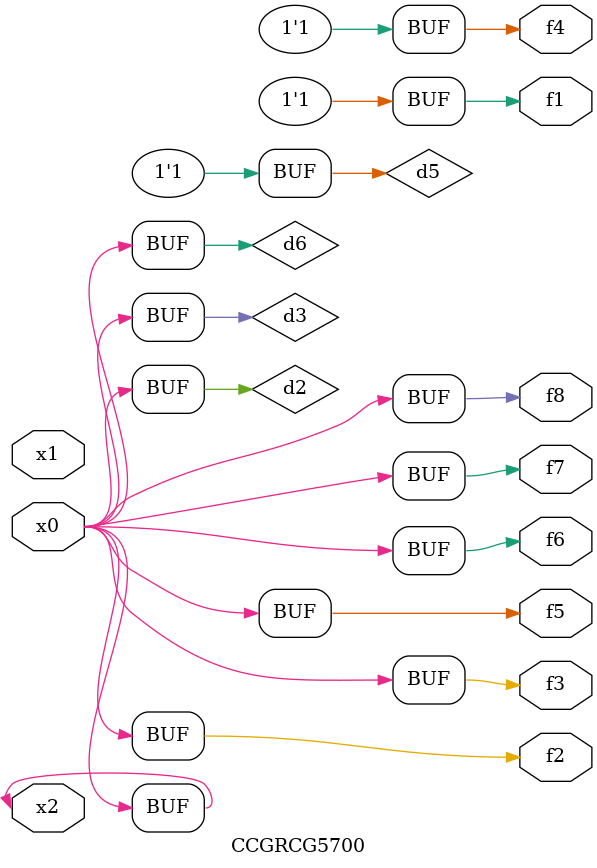
<source format=v>
module CCGRCG5700(
	input x0, x1, x2,
	output f1, f2, f3, f4, f5, f6, f7, f8
);

	wire d1, d2, d3, d4, d5, d6;

	xnor (d1, x2);
	buf (d2, x0, x2);
	and (d3, x0);
	xnor (d4, x1, x2);
	nand (d5, d1, d3);
	buf (d6, d2, d3);
	assign f1 = d5;
	assign f2 = d6;
	assign f3 = d6;
	assign f4 = d5;
	assign f5 = d6;
	assign f6 = d6;
	assign f7 = d6;
	assign f8 = d6;
endmodule

</source>
